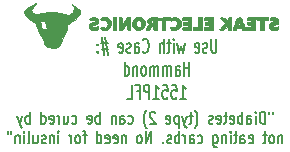
<source format=gbo>
G04 #@! TF.GenerationSoftware,KiCad,Pcbnew,5.0.0-rc2*
G04 #@! TF.CreationDate,2019-06-24T22:39:53-04:00*
G04 #@! TF.ProjectId,pcb,7063622E6B696361645F706362000000,rev?*
G04 #@! TF.SameCoordinates,Original*
G04 #@! TF.FileFunction,Legend,Bot*
G04 #@! TF.FilePolarity,Positive*
%FSLAX46Y46*%
G04 Gerber Fmt 4.6, Leading zero omitted, Abs format (unit mm)*
G04 Created by KiCad (PCBNEW 5.0.0-rc2) date Mon Jun 24 22:39:53 2019*
%MOMM*%
%LPD*%
G01*
G04 APERTURE LIST*
%ADD10C,0.152400*%
%ADD11C,0.010000*%
G04 APERTURE END LIST*
D10*
X139780952Y-87605419D02*
X139780952Y-87798942D01*
X139476190Y-87605419D02*
X139476190Y-87798942D01*
X139133333Y-88621419D02*
X139133333Y-87605419D01*
X138942857Y-87605419D01*
X138828571Y-87653800D01*
X138752380Y-87750561D01*
X138714285Y-87847323D01*
X138676190Y-88040847D01*
X138676190Y-88185990D01*
X138714285Y-88379514D01*
X138752380Y-88476276D01*
X138828571Y-88573038D01*
X138942857Y-88621419D01*
X139133333Y-88621419D01*
X138333333Y-88621419D02*
X138333333Y-87944085D01*
X138333333Y-87605419D02*
X138371428Y-87653800D01*
X138333333Y-87702180D01*
X138295238Y-87653800D01*
X138333333Y-87605419D01*
X138333333Y-87702180D01*
X137609523Y-88621419D02*
X137609523Y-88089228D01*
X137647619Y-87992466D01*
X137723809Y-87944085D01*
X137876190Y-87944085D01*
X137952380Y-87992466D01*
X137609523Y-88573038D02*
X137685714Y-88621419D01*
X137876190Y-88621419D01*
X137952380Y-88573038D01*
X137990476Y-88476276D01*
X137990476Y-88379514D01*
X137952380Y-88282752D01*
X137876190Y-88234371D01*
X137685714Y-88234371D01*
X137609523Y-88185990D01*
X137228571Y-88621419D02*
X137228571Y-87605419D01*
X137228571Y-87992466D02*
X137152380Y-87944085D01*
X136999999Y-87944085D01*
X136923809Y-87992466D01*
X136885714Y-88040847D01*
X136847619Y-88137609D01*
X136847619Y-88427895D01*
X136885714Y-88524657D01*
X136923809Y-88573038D01*
X136999999Y-88621419D01*
X137152380Y-88621419D01*
X137228571Y-88573038D01*
X136199999Y-88573038D02*
X136276190Y-88621419D01*
X136428571Y-88621419D01*
X136504761Y-88573038D01*
X136542857Y-88476276D01*
X136542857Y-88089228D01*
X136504761Y-87992466D01*
X136428571Y-87944085D01*
X136276190Y-87944085D01*
X136199999Y-87992466D01*
X136161904Y-88089228D01*
X136161904Y-88185990D01*
X136542857Y-88282752D01*
X135933333Y-87944085D02*
X135628571Y-87944085D01*
X135819047Y-87605419D02*
X135819047Y-88476276D01*
X135780952Y-88573038D01*
X135704761Y-88621419D01*
X135628571Y-88621419D01*
X135057142Y-88573038D02*
X135133333Y-88621419D01*
X135285714Y-88621419D01*
X135361904Y-88573038D01*
X135399999Y-88476276D01*
X135399999Y-88089228D01*
X135361904Y-87992466D01*
X135285714Y-87944085D01*
X135133333Y-87944085D01*
X135057142Y-87992466D01*
X135019047Y-88089228D01*
X135019047Y-88185990D01*
X135399999Y-88282752D01*
X134714285Y-88573038D02*
X134638095Y-88621419D01*
X134485714Y-88621419D01*
X134409523Y-88573038D01*
X134371428Y-88476276D01*
X134371428Y-88427895D01*
X134409523Y-88331133D01*
X134485714Y-88282752D01*
X134599999Y-88282752D01*
X134676190Y-88234371D01*
X134714285Y-88137609D01*
X134714285Y-88089228D01*
X134676190Y-87992466D01*
X134599999Y-87944085D01*
X134485714Y-87944085D01*
X134409523Y-87992466D01*
X133190476Y-89008466D02*
X133228571Y-88960085D01*
X133304761Y-88814942D01*
X133342857Y-88718180D01*
X133380952Y-88573038D01*
X133419047Y-88331133D01*
X133419047Y-88137609D01*
X133380952Y-87895704D01*
X133342857Y-87750561D01*
X133304761Y-87653800D01*
X133228571Y-87508657D01*
X133190476Y-87460276D01*
X132999999Y-87944085D02*
X132695238Y-87944085D01*
X132885714Y-87605419D02*
X132885714Y-88476276D01*
X132847619Y-88573038D01*
X132771428Y-88621419D01*
X132695238Y-88621419D01*
X132504761Y-87944085D02*
X132314285Y-88621419D01*
X132123809Y-87944085D02*
X132314285Y-88621419D01*
X132390476Y-88863323D01*
X132428571Y-88911704D01*
X132504761Y-88960085D01*
X131819047Y-87944085D02*
X131819047Y-88960085D01*
X131819047Y-87992466D02*
X131742857Y-87944085D01*
X131590476Y-87944085D01*
X131514285Y-87992466D01*
X131476190Y-88040847D01*
X131438095Y-88137609D01*
X131438095Y-88427895D01*
X131476190Y-88524657D01*
X131514285Y-88573038D01*
X131590476Y-88621419D01*
X131742857Y-88621419D01*
X131819047Y-88573038D01*
X130790476Y-88573038D02*
X130866666Y-88621419D01*
X131019047Y-88621419D01*
X131095238Y-88573038D01*
X131133333Y-88476276D01*
X131133333Y-88089228D01*
X131095238Y-87992466D01*
X131019047Y-87944085D01*
X130866666Y-87944085D01*
X130790476Y-87992466D01*
X130752380Y-88089228D01*
X130752380Y-88185990D01*
X131133333Y-88282752D01*
X129838095Y-87702180D02*
X129799999Y-87653800D01*
X129723809Y-87605419D01*
X129533333Y-87605419D01*
X129457142Y-87653800D01*
X129419047Y-87702180D01*
X129380952Y-87798942D01*
X129380952Y-87895704D01*
X129419047Y-88040847D01*
X129876190Y-88621419D01*
X129380952Y-88621419D01*
X129114285Y-89008466D02*
X129076190Y-88960085D01*
X128999999Y-88814942D01*
X128961904Y-88718180D01*
X128923809Y-88573038D01*
X128885714Y-88331133D01*
X128885714Y-88137609D01*
X128923809Y-87895704D01*
X128961904Y-87750561D01*
X128999999Y-87653800D01*
X129076190Y-87508657D01*
X129114285Y-87460276D01*
X127552380Y-88573038D02*
X127628571Y-88621419D01*
X127780952Y-88621419D01*
X127857142Y-88573038D01*
X127895238Y-88524657D01*
X127933333Y-88427895D01*
X127933333Y-88137609D01*
X127895238Y-88040847D01*
X127857142Y-87992466D01*
X127780952Y-87944085D01*
X127628571Y-87944085D01*
X127552380Y-87992466D01*
X126866666Y-88621419D02*
X126866666Y-88089228D01*
X126904761Y-87992466D01*
X126980952Y-87944085D01*
X127133333Y-87944085D01*
X127209523Y-87992466D01*
X126866666Y-88573038D02*
X126942857Y-88621419D01*
X127133333Y-88621419D01*
X127209523Y-88573038D01*
X127247619Y-88476276D01*
X127247619Y-88379514D01*
X127209523Y-88282752D01*
X127133333Y-88234371D01*
X126942857Y-88234371D01*
X126866666Y-88185990D01*
X126485714Y-87944085D02*
X126485714Y-88621419D01*
X126485714Y-88040847D02*
X126447619Y-87992466D01*
X126371428Y-87944085D01*
X126257142Y-87944085D01*
X126180952Y-87992466D01*
X126142857Y-88089228D01*
X126142857Y-88621419D01*
X125152380Y-88621419D02*
X125152380Y-87605419D01*
X125152380Y-87992466D02*
X125076190Y-87944085D01*
X124923809Y-87944085D01*
X124847619Y-87992466D01*
X124809523Y-88040847D01*
X124771428Y-88137609D01*
X124771428Y-88427895D01*
X124809523Y-88524657D01*
X124847619Y-88573038D01*
X124923809Y-88621419D01*
X125076190Y-88621419D01*
X125152380Y-88573038D01*
X124123809Y-88573038D02*
X124199999Y-88621419D01*
X124352380Y-88621419D01*
X124428571Y-88573038D01*
X124466666Y-88476276D01*
X124466666Y-88089228D01*
X124428571Y-87992466D01*
X124352380Y-87944085D01*
X124199999Y-87944085D01*
X124123809Y-87992466D01*
X124085714Y-88089228D01*
X124085714Y-88185990D01*
X124466666Y-88282752D01*
X122790476Y-88573038D02*
X122866666Y-88621419D01*
X123019047Y-88621419D01*
X123095238Y-88573038D01*
X123133333Y-88524657D01*
X123171428Y-88427895D01*
X123171428Y-88137609D01*
X123133333Y-88040847D01*
X123095238Y-87992466D01*
X123019047Y-87944085D01*
X122866666Y-87944085D01*
X122790476Y-87992466D01*
X122104761Y-87944085D02*
X122104761Y-88621419D01*
X122447619Y-87944085D02*
X122447619Y-88476276D01*
X122409523Y-88573038D01*
X122333333Y-88621419D01*
X122219047Y-88621419D01*
X122142857Y-88573038D01*
X122104761Y-88524657D01*
X121723809Y-88621419D02*
X121723809Y-87944085D01*
X121723809Y-88137609D02*
X121685714Y-88040847D01*
X121647619Y-87992466D01*
X121571428Y-87944085D01*
X121495238Y-87944085D01*
X120923809Y-88573038D02*
X120999999Y-88621419D01*
X121152380Y-88621419D01*
X121228571Y-88573038D01*
X121266666Y-88476276D01*
X121266666Y-88089228D01*
X121228571Y-87992466D01*
X121152380Y-87944085D01*
X120999999Y-87944085D01*
X120923809Y-87992466D01*
X120885714Y-88089228D01*
X120885714Y-88185990D01*
X121266666Y-88282752D01*
X120199999Y-88621419D02*
X120199999Y-87605419D01*
X120199999Y-88573038D02*
X120276190Y-88621419D01*
X120428571Y-88621419D01*
X120504761Y-88573038D01*
X120542857Y-88524657D01*
X120580952Y-88427895D01*
X120580952Y-88137609D01*
X120542857Y-88040847D01*
X120504761Y-87992466D01*
X120428571Y-87944085D01*
X120276190Y-87944085D01*
X120199999Y-87992466D01*
X119209523Y-88621419D02*
X119209523Y-87605419D01*
X119209523Y-87992466D02*
X119133333Y-87944085D01*
X118980952Y-87944085D01*
X118904761Y-87992466D01*
X118866666Y-88040847D01*
X118828571Y-88137609D01*
X118828571Y-88427895D01*
X118866666Y-88524657D01*
X118904761Y-88573038D01*
X118980952Y-88621419D01*
X119133333Y-88621419D01*
X119209523Y-88573038D01*
X118561904Y-87944085D02*
X118371428Y-88621419D01*
X118180952Y-87944085D02*
X118371428Y-88621419D01*
X118447619Y-88863323D01*
X118485714Y-88911704D01*
X118561904Y-88960085D01*
X140600000Y-89620485D02*
X140600000Y-90297819D01*
X140600000Y-89717247D02*
X140561904Y-89668866D01*
X140485714Y-89620485D01*
X140371428Y-89620485D01*
X140295238Y-89668866D01*
X140257142Y-89765628D01*
X140257142Y-90297819D01*
X139761904Y-90297819D02*
X139838095Y-90249438D01*
X139876190Y-90201057D01*
X139914285Y-90104295D01*
X139914285Y-89814009D01*
X139876190Y-89717247D01*
X139838095Y-89668866D01*
X139761904Y-89620485D01*
X139647619Y-89620485D01*
X139571428Y-89668866D01*
X139533333Y-89717247D01*
X139495238Y-89814009D01*
X139495238Y-90104295D01*
X139533333Y-90201057D01*
X139571428Y-90249438D01*
X139647619Y-90297819D01*
X139761904Y-90297819D01*
X139266666Y-89620485D02*
X138961904Y-89620485D01*
X139152380Y-89281819D02*
X139152380Y-90152676D01*
X139114285Y-90249438D01*
X139038095Y-90297819D01*
X138961904Y-90297819D01*
X137780952Y-90249438D02*
X137857142Y-90297819D01*
X138009523Y-90297819D01*
X138085714Y-90249438D01*
X138123809Y-90152676D01*
X138123809Y-89765628D01*
X138085714Y-89668866D01*
X138009523Y-89620485D01*
X137857142Y-89620485D01*
X137780952Y-89668866D01*
X137742857Y-89765628D01*
X137742857Y-89862390D01*
X138123809Y-89959152D01*
X137057142Y-90297819D02*
X137057142Y-89765628D01*
X137095238Y-89668866D01*
X137171428Y-89620485D01*
X137323809Y-89620485D01*
X137400000Y-89668866D01*
X137057142Y-90249438D02*
X137133333Y-90297819D01*
X137323809Y-90297819D01*
X137400000Y-90249438D01*
X137438095Y-90152676D01*
X137438095Y-90055914D01*
X137400000Y-89959152D01*
X137323809Y-89910771D01*
X137133333Y-89910771D01*
X137057142Y-89862390D01*
X136790476Y-89620485D02*
X136485714Y-89620485D01*
X136676190Y-89281819D02*
X136676190Y-90152676D01*
X136638095Y-90249438D01*
X136561904Y-90297819D01*
X136485714Y-90297819D01*
X136219047Y-90297819D02*
X136219047Y-89620485D01*
X136219047Y-89281819D02*
X136257142Y-89330200D01*
X136219047Y-89378580D01*
X136180952Y-89330200D01*
X136219047Y-89281819D01*
X136219047Y-89378580D01*
X135838095Y-89620485D02*
X135838095Y-90297819D01*
X135838095Y-89717247D02*
X135800000Y-89668866D01*
X135723809Y-89620485D01*
X135609523Y-89620485D01*
X135533333Y-89668866D01*
X135495238Y-89765628D01*
X135495238Y-90297819D01*
X134771428Y-89620485D02*
X134771428Y-90442961D01*
X134809523Y-90539723D01*
X134847619Y-90588104D01*
X134923809Y-90636485D01*
X135038095Y-90636485D01*
X135114285Y-90588104D01*
X134771428Y-90249438D02*
X134847619Y-90297819D01*
X135000000Y-90297819D01*
X135076190Y-90249438D01*
X135114285Y-90201057D01*
X135152380Y-90104295D01*
X135152380Y-89814009D01*
X135114285Y-89717247D01*
X135076190Y-89668866D01*
X135000000Y-89620485D01*
X134847619Y-89620485D01*
X134771428Y-89668866D01*
X133438095Y-90249438D02*
X133514285Y-90297819D01*
X133666666Y-90297819D01*
X133742857Y-90249438D01*
X133780952Y-90201057D01*
X133819047Y-90104295D01*
X133819047Y-89814009D01*
X133780952Y-89717247D01*
X133742857Y-89668866D01*
X133666666Y-89620485D01*
X133514285Y-89620485D01*
X133438095Y-89668866D01*
X132752380Y-90297819D02*
X132752380Y-89765628D01*
X132790476Y-89668866D01*
X132866666Y-89620485D01*
X133019047Y-89620485D01*
X133095238Y-89668866D01*
X132752380Y-90249438D02*
X132828571Y-90297819D01*
X133019047Y-90297819D01*
X133095238Y-90249438D01*
X133133333Y-90152676D01*
X133133333Y-90055914D01*
X133095238Y-89959152D01*
X133019047Y-89910771D01*
X132828571Y-89910771D01*
X132752380Y-89862390D01*
X132371428Y-90297819D02*
X132371428Y-89620485D01*
X132371428Y-89814009D02*
X132333333Y-89717247D01*
X132295238Y-89668866D01*
X132219047Y-89620485D01*
X132142857Y-89620485D01*
X131876190Y-90297819D02*
X131876190Y-89281819D01*
X131876190Y-89668866D02*
X131800000Y-89620485D01*
X131647619Y-89620485D01*
X131571428Y-89668866D01*
X131533333Y-89717247D01*
X131495238Y-89814009D01*
X131495238Y-90104295D01*
X131533333Y-90201057D01*
X131571428Y-90249438D01*
X131647619Y-90297819D01*
X131800000Y-90297819D01*
X131876190Y-90249438D01*
X131190476Y-90249438D02*
X131114285Y-90297819D01*
X130961904Y-90297819D01*
X130885714Y-90249438D01*
X130847619Y-90152676D01*
X130847619Y-90104295D01*
X130885714Y-90007533D01*
X130961904Y-89959152D01*
X131076190Y-89959152D01*
X131152380Y-89910771D01*
X131190476Y-89814009D01*
X131190476Y-89765628D01*
X131152380Y-89668866D01*
X131076190Y-89620485D01*
X130961904Y-89620485D01*
X130885714Y-89668866D01*
X130504761Y-90201057D02*
X130466666Y-90249438D01*
X130504761Y-90297819D01*
X130542857Y-90249438D01*
X130504761Y-90201057D01*
X130504761Y-90297819D01*
X129514285Y-90297819D02*
X129514285Y-89281819D01*
X129057142Y-90297819D01*
X129057142Y-89281819D01*
X128561904Y-90297819D02*
X128638095Y-90249438D01*
X128676190Y-90201057D01*
X128714285Y-90104295D01*
X128714285Y-89814009D01*
X128676190Y-89717247D01*
X128638095Y-89668866D01*
X128561904Y-89620485D01*
X128447619Y-89620485D01*
X128371428Y-89668866D01*
X128333333Y-89717247D01*
X128295238Y-89814009D01*
X128295238Y-90104295D01*
X128333333Y-90201057D01*
X128371428Y-90249438D01*
X128447619Y-90297819D01*
X128561904Y-90297819D01*
X127342857Y-89620485D02*
X127342857Y-90297819D01*
X127342857Y-89717247D02*
X127304761Y-89668866D01*
X127228571Y-89620485D01*
X127114285Y-89620485D01*
X127038095Y-89668866D01*
X127000000Y-89765628D01*
X127000000Y-90297819D01*
X126314285Y-90249438D02*
X126390476Y-90297819D01*
X126542857Y-90297819D01*
X126619047Y-90249438D01*
X126657142Y-90152676D01*
X126657142Y-89765628D01*
X126619047Y-89668866D01*
X126542857Y-89620485D01*
X126390476Y-89620485D01*
X126314285Y-89668866D01*
X126276190Y-89765628D01*
X126276190Y-89862390D01*
X126657142Y-89959152D01*
X125628571Y-90249438D02*
X125704761Y-90297819D01*
X125857142Y-90297819D01*
X125933333Y-90249438D01*
X125971428Y-90152676D01*
X125971428Y-89765628D01*
X125933333Y-89668866D01*
X125857142Y-89620485D01*
X125704761Y-89620485D01*
X125628571Y-89668866D01*
X125590476Y-89765628D01*
X125590476Y-89862390D01*
X125971428Y-89959152D01*
X124904761Y-90297819D02*
X124904761Y-89281819D01*
X124904761Y-90249438D02*
X124980952Y-90297819D01*
X125133333Y-90297819D01*
X125209523Y-90249438D01*
X125247619Y-90201057D01*
X125285714Y-90104295D01*
X125285714Y-89814009D01*
X125247619Y-89717247D01*
X125209523Y-89668866D01*
X125133333Y-89620485D01*
X124980952Y-89620485D01*
X124904761Y-89668866D01*
X124028571Y-89620485D02*
X123723809Y-89620485D01*
X123914285Y-90297819D02*
X123914285Y-89426961D01*
X123876190Y-89330200D01*
X123800000Y-89281819D01*
X123723809Y-89281819D01*
X123342857Y-90297819D02*
X123419047Y-90249438D01*
X123457142Y-90201057D01*
X123495238Y-90104295D01*
X123495238Y-89814009D01*
X123457142Y-89717247D01*
X123419047Y-89668866D01*
X123342857Y-89620485D01*
X123228571Y-89620485D01*
X123152380Y-89668866D01*
X123114285Y-89717247D01*
X123076190Y-89814009D01*
X123076190Y-90104295D01*
X123114285Y-90201057D01*
X123152380Y-90249438D01*
X123228571Y-90297819D01*
X123342857Y-90297819D01*
X122733333Y-90297819D02*
X122733333Y-89620485D01*
X122733333Y-89814009D02*
X122695238Y-89717247D01*
X122657142Y-89668866D01*
X122580952Y-89620485D01*
X122504761Y-89620485D01*
X121628571Y-90297819D02*
X121628571Y-89620485D01*
X121628571Y-89281819D02*
X121666666Y-89330200D01*
X121628571Y-89378580D01*
X121590476Y-89330200D01*
X121628571Y-89281819D01*
X121628571Y-89378580D01*
X121247619Y-89620485D02*
X121247619Y-90297819D01*
X121247619Y-89717247D02*
X121209523Y-89668866D01*
X121133333Y-89620485D01*
X121019047Y-89620485D01*
X120942857Y-89668866D01*
X120904761Y-89765628D01*
X120904761Y-90297819D01*
X120561904Y-90249438D02*
X120485714Y-90297819D01*
X120333333Y-90297819D01*
X120257142Y-90249438D01*
X120219047Y-90152676D01*
X120219047Y-90104295D01*
X120257142Y-90007533D01*
X120333333Y-89959152D01*
X120447619Y-89959152D01*
X120523809Y-89910771D01*
X120561904Y-89814009D01*
X120561904Y-89765628D01*
X120523809Y-89668866D01*
X120447619Y-89620485D01*
X120333333Y-89620485D01*
X120257142Y-89668866D01*
X119533333Y-89620485D02*
X119533333Y-90297819D01*
X119876190Y-89620485D02*
X119876190Y-90152676D01*
X119838095Y-90249438D01*
X119761904Y-90297819D01*
X119647619Y-90297819D01*
X119571428Y-90249438D01*
X119533333Y-90201057D01*
X119038095Y-90297819D02*
X119114285Y-90249438D01*
X119152380Y-90152676D01*
X119152380Y-89281819D01*
X118733333Y-90297819D02*
X118733333Y-89620485D01*
X118733333Y-89281819D02*
X118771428Y-89330200D01*
X118733333Y-89378580D01*
X118695238Y-89330200D01*
X118733333Y-89281819D01*
X118733333Y-89378580D01*
X118352380Y-89620485D02*
X118352380Y-90297819D01*
X118352380Y-89717247D02*
X118314285Y-89668866D01*
X118238095Y-89620485D01*
X118123809Y-89620485D01*
X118047619Y-89668866D01*
X118009523Y-89765628D01*
X118009523Y-90297819D01*
X117666666Y-89281819D02*
X117666666Y-89475342D01*
X117361904Y-89281819D02*
X117361904Y-89475342D01*
X135028571Y-81414257D02*
X135028571Y-82385685D01*
X134990476Y-82499971D01*
X134952380Y-82557114D01*
X134876190Y-82614257D01*
X134723809Y-82614257D01*
X134647619Y-82557114D01*
X134609523Y-82499971D01*
X134571428Y-82385685D01*
X134571428Y-81414257D01*
X134228571Y-82557114D02*
X134152380Y-82614257D01*
X134000000Y-82614257D01*
X133923809Y-82557114D01*
X133885714Y-82442828D01*
X133885714Y-82385685D01*
X133923809Y-82271400D01*
X134000000Y-82214257D01*
X134114285Y-82214257D01*
X134190476Y-82157114D01*
X134228571Y-82042828D01*
X134228571Y-81985685D01*
X134190476Y-81871400D01*
X134114285Y-81814257D01*
X134000000Y-81814257D01*
X133923809Y-81871400D01*
X133238095Y-82557114D02*
X133314285Y-82614257D01*
X133466666Y-82614257D01*
X133542857Y-82557114D01*
X133580952Y-82442828D01*
X133580952Y-81985685D01*
X133542857Y-81871400D01*
X133466666Y-81814257D01*
X133314285Y-81814257D01*
X133238095Y-81871400D01*
X133200000Y-81985685D01*
X133200000Y-82099971D01*
X133580952Y-82214257D01*
X132323809Y-81814257D02*
X132171428Y-82614257D01*
X132019047Y-82042828D01*
X131866666Y-82614257D01*
X131714285Y-81814257D01*
X131409523Y-82614257D02*
X131409523Y-81814257D01*
X131409523Y-81414257D02*
X131447619Y-81471400D01*
X131409523Y-81528542D01*
X131371428Y-81471400D01*
X131409523Y-81414257D01*
X131409523Y-81528542D01*
X131142857Y-81814257D02*
X130838095Y-81814257D01*
X131028571Y-81414257D02*
X131028571Y-82442828D01*
X130990476Y-82557114D01*
X130914285Y-82614257D01*
X130838095Y-82614257D01*
X130571428Y-82614257D02*
X130571428Y-81414257D01*
X130228571Y-82614257D02*
X130228571Y-81985685D01*
X130266666Y-81871400D01*
X130342857Y-81814257D01*
X130457142Y-81814257D01*
X130533333Y-81871400D01*
X130571428Y-81928542D01*
X128780952Y-82499971D02*
X128819047Y-82557114D01*
X128933333Y-82614257D01*
X129009523Y-82614257D01*
X129123809Y-82557114D01*
X129200000Y-82442828D01*
X129238095Y-82328542D01*
X129276190Y-82099971D01*
X129276190Y-81928542D01*
X129238095Y-81699971D01*
X129200000Y-81585685D01*
X129123809Y-81471400D01*
X129009523Y-81414257D01*
X128933333Y-81414257D01*
X128819047Y-81471400D01*
X128780952Y-81528542D01*
X128095238Y-82614257D02*
X128095238Y-81985685D01*
X128133333Y-81871400D01*
X128209523Y-81814257D01*
X128361904Y-81814257D01*
X128438095Y-81871400D01*
X128095238Y-82557114D02*
X128171428Y-82614257D01*
X128361904Y-82614257D01*
X128438095Y-82557114D01*
X128476190Y-82442828D01*
X128476190Y-82328542D01*
X128438095Y-82214257D01*
X128361904Y-82157114D01*
X128171428Y-82157114D01*
X128095238Y-82099971D01*
X127752380Y-82557114D02*
X127676190Y-82614257D01*
X127523809Y-82614257D01*
X127447619Y-82557114D01*
X127409523Y-82442828D01*
X127409523Y-82385685D01*
X127447619Y-82271400D01*
X127523809Y-82214257D01*
X127638095Y-82214257D01*
X127714285Y-82157114D01*
X127752380Y-82042828D01*
X127752380Y-81985685D01*
X127714285Y-81871400D01*
X127638095Y-81814257D01*
X127523809Y-81814257D01*
X127447619Y-81871400D01*
X126761904Y-82557114D02*
X126838095Y-82614257D01*
X126990476Y-82614257D01*
X127066666Y-82557114D01*
X127104761Y-82442828D01*
X127104761Y-81985685D01*
X127066666Y-81871400D01*
X126990476Y-81814257D01*
X126838095Y-81814257D01*
X126761904Y-81871400D01*
X126723809Y-81985685D01*
X126723809Y-82099971D01*
X127104761Y-82214257D01*
X125809523Y-81814257D02*
X125238095Y-81814257D01*
X125580952Y-81299971D02*
X125809523Y-82842828D01*
X125314285Y-82328542D02*
X125885714Y-82328542D01*
X125542857Y-82842828D02*
X125314285Y-81299971D01*
X124971428Y-82499971D02*
X124933333Y-82557114D01*
X124971428Y-82614257D01*
X125009523Y-82557114D01*
X124971428Y-82499971D01*
X124971428Y-82614257D01*
X124971428Y-81871400D02*
X124933333Y-81928542D01*
X124971428Y-81985685D01*
X125009523Y-81928542D01*
X124971428Y-81871400D01*
X124971428Y-81985685D01*
X132742857Y-84566657D02*
X132742857Y-83366657D01*
X132742857Y-83938085D02*
X132285714Y-83938085D01*
X132285714Y-84566657D02*
X132285714Y-83366657D01*
X131561904Y-84566657D02*
X131561904Y-83938085D01*
X131600000Y-83823800D01*
X131676190Y-83766657D01*
X131828571Y-83766657D01*
X131904761Y-83823800D01*
X131561904Y-84509514D02*
X131638095Y-84566657D01*
X131828571Y-84566657D01*
X131904761Y-84509514D01*
X131942857Y-84395228D01*
X131942857Y-84280942D01*
X131904761Y-84166657D01*
X131828571Y-84109514D01*
X131638095Y-84109514D01*
X131561904Y-84052371D01*
X131180952Y-84566657D02*
X131180952Y-83766657D01*
X131180952Y-83880942D02*
X131142857Y-83823800D01*
X131066666Y-83766657D01*
X130952380Y-83766657D01*
X130876190Y-83823800D01*
X130838095Y-83938085D01*
X130838095Y-84566657D01*
X130838095Y-83938085D02*
X130800000Y-83823800D01*
X130723809Y-83766657D01*
X130609523Y-83766657D01*
X130533333Y-83823800D01*
X130495238Y-83938085D01*
X130495238Y-84566657D01*
X130114285Y-84566657D02*
X130114285Y-83766657D01*
X130114285Y-83880942D02*
X130076190Y-83823800D01*
X130000000Y-83766657D01*
X129885714Y-83766657D01*
X129809523Y-83823800D01*
X129771428Y-83938085D01*
X129771428Y-84566657D01*
X129771428Y-83938085D02*
X129733333Y-83823800D01*
X129657142Y-83766657D01*
X129542857Y-83766657D01*
X129466666Y-83823800D01*
X129428571Y-83938085D01*
X129428571Y-84566657D01*
X128933333Y-84566657D02*
X129009523Y-84509514D01*
X129047619Y-84452371D01*
X129085714Y-84338085D01*
X129085714Y-83995228D01*
X129047619Y-83880942D01*
X129009523Y-83823800D01*
X128933333Y-83766657D01*
X128819047Y-83766657D01*
X128742857Y-83823800D01*
X128704761Y-83880942D01*
X128666666Y-83995228D01*
X128666666Y-84338085D01*
X128704761Y-84452371D01*
X128742857Y-84509514D01*
X128819047Y-84566657D01*
X128933333Y-84566657D01*
X128323809Y-83766657D02*
X128323809Y-84566657D01*
X128323809Y-83880942D02*
X128285714Y-83823800D01*
X128209523Y-83766657D01*
X128095238Y-83766657D01*
X128019047Y-83823800D01*
X127980952Y-83938085D01*
X127980952Y-84566657D01*
X127257142Y-84566657D02*
X127257142Y-83366657D01*
X127257142Y-84509514D02*
X127333333Y-84566657D01*
X127485714Y-84566657D01*
X127561904Y-84509514D01*
X127600000Y-84452371D01*
X127638095Y-84338085D01*
X127638095Y-83995228D01*
X127600000Y-83880942D01*
X127561904Y-83823800D01*
X127485714Y-83766657D01*
X127333333Y-83766657D01*
X127257142Y-83823800D01*
X131980952Y-86519057D02*
X132438095Y-86519057D01*
X132209523Y-86519057D02*
X132209523Y-85319057D01*
X132285714Y-85490485D01*
X132361904Y-85604771D01*
X132438095Y-85661914D01*
X131257142Y-85319057D02*
X131638095Y-85319057D01*
X131676190Y-85890485D01*
X131638095Y-85833342D01*
X131561904Y-85776200D01*
X131371428Y-85776200D01*
X131295238Y-85833342D01*
X131257142Y-85890485D01*
X131219047Y-86004771D01*
X131219047Y-86290485D01*
X131257142Y-86404771D01*
X131295238Y-86461914D01*
X131371428Y-86519057D01*
X131561904Y-86519057D01*
X131638095Y-86461914D01*
X131676190Y-86404771D01*
X130495238Y-85319057D02*
X130876190Y-85319057D01*
X130914285Y-85890485D01*
X130876190Y-85833342D01*
X130799999Y-85776200D01*
X130609523Y-85776200D01*
X130533333Y-85833342D01*
X130495238Y-85890485D01*
X130457142Y-86004771D01*
X130457142Y-86290485D01*
X130495238Y-86404771D01*
X130533333Y-86461914D01*
X130609523Y-86519057D01*
X130799999Y-86519057D01*
X130876190Y-86461914D01*
X130914285Y-86404771D01*
X129695238Y-86519057D02*
X130152380Y-86519057D01*
X129923809Y-86519057D02*
X129923809Y-85319057D01*
X129999999Y-85490485D01*
X130076190Y-85604771D01*
X130152380Y-85661914D01*
X129352380Y-86519057D02*
X129352380Y-85319057D01*
X129047619Y-85319057D01*
X128971428Y-85376200D01*
X128933333Y-85433342D01*
X128895238Y-85547628D01*
X128895238Y-85719057D01*
X128933333Y-85833342D01*
X128971428Y-85890485D01*
X129047619Y-85947628D01*
X129352380Y-85947628D01*
X128285714Y-85890485D02*
X128552380Y-85890485D01*
X128552380Y-86519057D02*
X128552380Y-85319057D01*
X128171428Y-85319057D01*
X127485714Y-86519057D02*
X127866666Y-86519057D01*
X127866666Y-85319057D01*
D11*
G04 #@! TO.C,G\002A\002A\002A*
G36*
X124398543Y-79635065D02*
X124284363Y-79672149D01*
X124241089Y-79739057D01*
X124243948Y-79789716D01*
X124290236Y-79855496D01*
X124352401Y-79856683D01*
X124536404Y-79832325D01*
X124667903Y-79847661D01*
X124731311Y-79900570D01*
X124733451Y-79908549D01*
X124717586Y-79968801D01*
X124629959Y-80007811D01*
X124584114Y-80017674D01*
X124386666Y-80083692D01*
X124255849Y-80187398D01*
X124198213Y-80315920D01*
X124220306Y-80456381D01*
X124302446Y-80571372D01*
X124448709Y-80656541D01*
X124659364Y-80681897D01*
X124916454Y-80652136D01*
X124994472Y-80612784D01*
X125019931Y-80518767D01*
X125020364Y-80496169D01*
X125020364Y-80360215D01*
X124847718Y-80432351D01*
X124695521Y-80475729D01*
X124569160Y-80475974D01*
X124489705Y-80436419D01*
X124474903Y-80373367D01*
X124531353Y-80308537D01*
X124661646Y-80260581D01*
X124671929Y-80258366D01*
X124870164Y-80188336D01*
X124985982Y-80077402D01*
X125020364Y-79938661D01*
X124982989Y-79780224D01*
X124871370Y-79676251D01*
X124686269Y-79627304D01*
X124593182Y-79623253D01*
X124398543Y-79635065D01*
X124398543Y-79635065D01*
G37*
X124398543Y-79635065D02*
X124284363Y-79672149D01*
X124241089Y-79739057D01*
X124243948Y-79789716D01*
X124290236Y-79855496D01*
X124352401Y-79856683D01*
X124536404Y-79832325D01*
X124667903Y-79847661D01*
X124731311Y-79900570D01*
X124733451Y-79908549D01*
X124717586Y-79968801D01*
X124629959Y-80007811D01*
X124584114Y-80017674D01*
X124386666Y-80083692D01*
X124255849Y-80187398D01*
X124198213Y-80315920D01*
X124220306Y-80456381D01*
X124302446Y-80571372D01*
X124448709Y-80656541D01*
X124659364Y-80681897D01*
X124916454Y-80652136D01*
X124994472Y-80612784D01*
X125019931Y-80518767D01*
X125020364Y-80496169D01*
X125020364Y-80360215D01*
X124847718Y-80432351D01*
X124695521Y-80475729D01*
X124569160Y-80475974D01*
X124489705Y-80436419D01*
X124474903Y-80373367D01*
X124531353Y-80308537D01*
X124661646Y-80260581D01*
X124671929Y-80258366D01*
X124870164Y-80188336D01*
X124985982Y-80077402D01*
X125020364Y-79938661D01*
X124982989Y-79780224D01*
X124871370Y-79676251D01*
X124686269Y-79627304D01*
X124593182Y-79623253D01*
X124398543Y-79635065D01*
G36*
X125390714Y-79630271D02*
X125274931Y-79658269D01*
X125218467Y-79713772D01*
X125205091Y-79792235D01*
X125217081Y-79872521D01*
X125270685Y-79881389D01*
X125309000Y-79869596D01*
X125508314Y-79832199D01*
X125663499Y-79868897D01*
X125765493Y-79974407D01*
X125805236Y-80143444D01*
X125805454Y-80159165D01*
X125770023Y-80313829D01*
X125678397Y-80427135D01*
X125552576Y-80483169D01*
X125414560Y-80466014D01*
X125394599Y-80456377D01*
X125279983Y-80411812D01*
X125220293Y-80436039D01*
X125205091Y-80517705D01*
X125239564Y-80618285D01*
X125309000Y-80655620D01*
X125500357Y-80681872D01*
X125698852Y-80670245D01*
X125851636Y-80625955D01*
X125946216Y-80547651D01*
X126035639Y-80425676D01*
X126052672Y-80393719D01*
X126112601Y-80176798D01*
X126082716Y-79966480D01*
X125965309Y-79776270D01*
X125944156Y-79754143D01*
X125842278Y-79670177D01*
X125731791Y-79631465D01*
X125581875Y-79622546D01*
X125390714Y-79630271D01*
X125390714Y-79630271D01*
G37*
X125390714Y-79630271D02*
X125274931Y-79658269D01*
X125218467Y-79713772D01*
X125205091Y-79792235D01*
X125217081Y-79872521D01*
X125270685Y-79881389D01*
X125309000Y-79869596D01*
X125508314Y-79832199D01*
X125663499Y-79868897D01*
X125765493Y-79974407D01*
X125805236Y-80143444D01*
X125805454Y-80159165D01*
X125770023Y-80313829D01*
X125678397Y-80427135D01*
X125552576Y-80483169D01*
X125414560Y-80466014D01*
X125394599Y-80456377D01*
X125279983Y-80411812D01*
X125220293Y-80436039D01*
X125205091Y-80517705D01*
X125239564Y-80618285D01*
X125309000Y-80655620D01*
X125500357Y-80681872D01*
X125698852Y-80670245D01*
X125851636Y-80625955D01*
X125946216Y-80547651D01*
X126035639Y-80425676D01*
X126052672Y-80393719D01*
X126112601Y-80176798D01*
X126082716Y-79966480D01*
X125965309Y-79776270D01*
X125944156Y-79754143D01*
X125842278Y-79670177D01*
X125731791Y-79631465D01*
X125581875Y-79622546D01*
X125390714Y-79630271D01*
G36*
X126267273Y-80684728D02*
X126398121Y-80684728D01*
X126499370Y-80678715D01*
X126548212Y-80665671D01*
X126554721Y-80614609D01*
X126557653Y-80490727D01*
X126556833Y-80313506D01*
X126553028Y-80134580D01*
X126538602Y-79622546D01*
X126267273Y-79622546D01*
X126267273Y-80684728D01*
X126267273Y-80684728D01*
G37*
X126267273Y-80684728D02*
X126398121Y-80684728D01*
X126499370Y-80678715D01*
X126548212Y-80665671D01*
X126554721Y-80614609D01*
X126557653Y-80490727D01*
X126556833Y-80313506D01*
X126553028Y-80134580D01*
X126538602Y-79622546D01*
X126267273Y-79622546D01*
X126267273Y-80684728D01*
G36*
X127467528Y-79629293D02*
X127405743Y-79661184D01*
X127345322Y-79735695D01*
X127268607Y-79870298D01*
X127236604Y-79931080D01*
X127075454Y-80239614D01*
X127061799Y-79931080D01*
X127052981Y-79767130D01*
X127038139Y-79674855D01*
X127007251Y-79633654D01*
X126950295Y-79622923D01*
X126911708Y-79622546D01*
X126775273Y-79622546D01*
X126775273Y-80690303D01*
X126941061Y-80675970D01*
X127028624Y-80662146D01*
X127094783Y-80626707D01*
X127157684Y-80551643D01*
X127235475Y-80418947D01*
X127275880Y-80343717D01*
X127444909Y-80025798D01*
X127458478Y-80355263D01*
X127467403Y-80526239D01*
X127481678Y-80624773D01*
X127508972Y-80670757D01*
X127556951Y-80684084D01*
X127585478Y-80684728D01*
X127698909Y-80684728D01*
X127698909Y-79622546D01*
X127548331Y-79622546D01*
X127467528Y-79629293D01*
X127467528Y-79629293D01*
G37*
X127467528Y-79629293D02*
X127405743Y-79661184D01*
X127345322Y-79735695D01*
X127268607Y-79870298D01*
X127236604Y-79931080D01*
X127075454Y-80239614D01*
X127061799Y-79931080D01*
X127052981Y-79767130D01*
X127038139Y-79674855D01*
X127007251Y-79633654D01*
X126950295Y-79622923D01*
X126911708Y-79622546D01*
X126775273Y-79622546D01*
X126775273Y-80690303D01*
X126941061Y-80675970D01*
X127028624Y-80662146D01*
X127094783Y-80626707D01*
X127157684Y-80551643D01*
X127235475Y-80418947D01*
X127275880Y-80343717D01*
X127444909Y-80025798D01*
X127458478Y-80355263D01*
X127467403Y-80526239D01*
X127481678Y-80624773D01*
X127508972Y-80670757D01*
X127556951Y-80684084D01*
X127585478Y-80684728D01*
X127698909Y-80684728D01*
X127698909Y-79622546D01*
X127548331Y-79622546D01*
X127467528Y-79629293D01*
G36*
X128271561Y-79629752D02*
X128163295Y-79658818D01*
X128075762Y-79720915D01*
X128052692Y-79743176D01*
X127943373Y-79907053D01*
X127895324Y-80100489D01*
X127906869Y-80297731D01*
X127976331Y-80473026D01*
X128102035Y-80600618D01*
X128108753Y-80604687D01*
X128279938Y-80664530D01*
X128485792Y-80679192D01*
X128679030Y-80646085D01*
X128703072Y-80637215D01*
X128837149Y-80537998D01*
X128933093Y-80380801D01*
X128980828Y-80195642D01*
X128977120Y-80131288D01*
X128672344Y-80131288D01*
X128649093Y-80297551D01*
X128619477Y-80367188D01*
X128536685Y-80439186D01*
X128421015Y-80450245D01*
X128304406Y-80405225D01*
X128218797Y-80308989D01*
X128217332Y-80305974D01*
X128180994Y-80137792D01*
X128223751Y-79980384D01*
X128328036Y-79868583D01*
X128415742Y-79822832D01*
X128488437Y-79833801D01*
X128553273Y-79872299D01*
X128638947Y-79978646D01*
X128672344Y-80131288D01*
X128977120Y-80131288D01*
X128970277Y-80012538D01*
X128940047Y-79931237D01*
X128831695Y-79761168D01*
X128707084Y-79665289D01*
X128537843Y-79626223D01*
X128436066Y-79622546D01*
X128271561Y-79629752D01*
X128271561Y-79629752D01*
G37*
X128271561Y-79629752D02*
X128163295Y-79658818D01*
X128075762Y-79720915D01*
X128052692Y-79743176D01*
X127943373Y-79907053D01*
X127895324Y-80100489D01*
X127906869Y-80297731D01*
X127976331Y-80473026D01*
X128102035Y-80600618D01*
X128108753Y-80604687D01*
X128279938Y-80664530D01*
X128485792Y-80679192D01*
X128679030Y-80646085D01*
X128703072Y-80637215D01*
X128837149Y-80537998D01*
X128933093Y-80380801D01*
X128980828Y-80195642D01*
X128977120Y-80131288D01*
X128672344Y-80131288D01*
X128649093Y-80297551D01*
X128619477Y-80367188D01*
X128536685Y-80439186D01*
X128421015Y-80450245D01*
X128304406Y-80405225D01*
X128218797Y-80308989D01*
X128217332Y-80305974D01*
X128180994Y-80137792D01*
X128223751Y-79980384D01*
X128328036Y-79868583D01*
X128415742Y-79822832D01*
X128488437Y-79833801D01*
X128553273Y-79872299D01*
X128638947Y-79978646D01*
X128672344Y-80131288D01*
X128977120Y-80131288D01*
X128970277Y-80012538D01*
X128940047Y-79931237D01*
X128831695Y-79761168D01*
X128707084Y-79665289D01*
X128537843Y-79626223D01*
X128436066Y-79622546D01*
X128271561Y-79629752D01*
G36*
X129468356Y-79625909D02*
X129359910Y-79641302D01*
X129289384Y-79676682D01*
X129229598Y-79740005D01*
X129226261Y-79744228D01*
X129160183Y-79844040D01*
X129130653Y-79919896D01*
X129130545Y-79922728D01*
X129157174Y-79995804D01*
X129221720Y-80095391D01*
X129226261Y-80101227D01*
X129278441Y-80181825D01*
X129282411Y-80221920D01*
X129277529Y-80222910D01*
X129239347Y-80260144D01*
X129180034Y-80351928D01*
X129115910Y-80468379D01*
X129063295Y-80579617D01*
X129038511Y-80655761D01*
X129038182Y-80661133D01*
X129078736Y-80676959D01*
X129177994Y-80684600D01*
X129194215Y-80684728D01*
X129311062Y-80669429D01*
X129378984Y-80605473D01*
X129409266Y-80542249D01*
X129488143Y-80394976D01*
X129575958Y-80297168D01*
X129641844Y-80269091D01*
X129667420Y-80310375D01*
X129682761Y-80414824D01*
X129684727Y-80476910D01*
X129688743Y-80604700D01*
X129711932Y-80665226D01*
X129771005Y-80683553D01*
X129823273Y-80684728D01*
X129961818Y-80684728D01*
X129961818Y-79968910D01*
X129684727Y-79968910D01*
X129657176Y-80061632D01*
X129589422Y-80080512D01*
X129503818Y-80019664D01*
X129501679Y-80017114D01*
X129469180Y-79930383D01*
X129516469Y-79869286D01*
X129595089Y-79853455D01*
X129665795Y-79881991D01*
X129684727Y-79968910D01*
X129961818Y-79968910D01*
X129961818Y-79622546D01*
X129641897Y-79622546D01*
X129468356Y-79625909D01*
X129468356Y-79625909D01*
G37*
X129468356Y-79625909D02*
X129359910Y-79641302D01*
X129289384Y-79676682D01*
X129229598Y-79740005D01*
X129226261Y-79744228D01*
X129160183Y-79844040D01*
X129130653Y-79919896D01*
X129130545Y-79922728D01*
X129157174Y-79995804D01*
X129221720Y-80095391D01*
X129226261Y-80101227D01*
X129278441Y-80181825D01*
X129282411Y-80221920D01*
X129277529Y-80222910D01*
X129239347Y-80260144D01*
X129180034Y-80351928D01*
X129115910Y-80468379D01*
X129063295Y-80579617D01*
X129038511Y-80655761D01*
X129038182Y-80661133D01*
X129078736Y-80676959D01*
X129177994Y-80684600D01*
X129194215Y-80684728D01*
X129311062Y-80669429D01*
X129378984Y-80605473D01*
X129409266Y-80542249D01*
X129488143Y-80394976D01*
X129575958Y-80297168D01*
X129641844Y-80269091D01*
X129667420Y-80310375D01*
X129682761Y-80414824D01*
X129684727Y-80476910D01*
X129688743Y-80604700D01*
X129711932Y-80665226D01*
X129771005Y-80683553D01*
X129823273Y-80684728D01*
X129961818Y-80684728D01*
X129961818Y-79968910D01*
X129684727Y-79968910D01*
X129657176Y-80061632D01*
X129589422Y-80080512D01*
X129503818Y-80019664D01*
X129501679Y-80017114D01*
X129469180Y-79930383D01*
X129516469Y-79869286D01*
X129595089Y-79853455D01*
X129665795Y-79881991D01*
X129684727Y-79968910D01*
X129961818Y-79968910D01*
X129961818Y-79622546D01*
X129641897Y-79622546D01*
X129468356Y-79625909D01*
G36*
X130573727Y-79632529D02*
X130354203Y-79639533D01*
X130210931Y-79648938D01*
X130127807Y-79664165D01*
X130088726Y-79688636D01*
X130077581Y-79725772D01*
X130077273Y-79738000D01*
X130097147Y-79802498D01*
X130172228Y-79834930D01*
X130250454Y-79844697D01*
X130423636Y-79859031D01*
X130423636Y-80684728D01*
X130700727Y-80684728D01*
X130700727Y-79853455D01*
X130885454Y-79853455D01*
X131004409Y-79847222D01*
X131057284Y-79817536D01*
X131070100Y-79747912D01*
X131070182Y-79736438D01*
X131070182Y-79619421D01*
X130573727Y-79632529D01*
X130573727Y-79632529D01*
G37*
X130573727Y-79632529D02*
X130354203Y-79639533D01*
X130210931Y-79648938D01*
X130127807Y-79664165D01*
X130088726Y-79688636D01*
X130077581Y-79725772D01*
X130077273Y-79738000D01*
X130097147Y-79802498D01*
X130172228Y-79834930D01*
X130250454Y-79844697D01*
X130423636Y-79859031D01*
X130423636Y-80684728D01*
X130700727Y-80684728D01*
X130700727Y-79853455D01*
X130885454Y-79853455D01*
X131004409Y-79847222D01*
X131057284Y-79817536D01*
X131070100Y-79747912D01*
X131070182Y-79736438D01*
X131070182Y-79619421D01*
X130573727Y-79632529D01*
G36*
X131421044Y-79632071D02*
X131265643Y-79642010D01*
X131179789Y-79660287D01*
X131140712Y-79698171D01*
X131125641Y-79766935D01*
X131124228Y-79778990D01*
X131122816Y-79870416D01*
X131156418Y-79891372D01*
X131186246Y-79882702D01*
X131347903Y-79830486D01*
X131459734Y-79826705D01*
X131552226Y-79874180D01*
X131604109Y-79921366D01*
X131687273Y-80025265D01*
X131707266Y-80127243D01*
X131698658Y-80191334D01*
X131633075Y-80362007D01*
X131517800Y-80454994D01*
X131353751Y-80469871D01*
X131189927Y-80425984D01*
X131134013Y-80427426D01*
X131116474Y-80502056D01*
X131116364Y-80513209D01*
X131142506Y-80611574D01*
X131189413Y-80656696D01*
X131343821Y-80683462D01*
X131531054Y-80673238D01*
X131701117Y-80629918D01*
X131735445Y-80614188D01*
X131876757Y-80518930D01*
X131956555Y-80399833D01*
X131989223Y-80230209D01*
X131992349Y-80137529D01*
X131986323Y-79982645D01*
X131956117Y-79880515D01*
X131887011Y-79792015D01*
X131848225Y-79754508D01*
X131757227Y-79678272D01*
X131671457Y-79639474D01*
X131556129Y-79628145D01*
X131421044Y-79632071D01*
X131421044Y-79632071D01*
G37*
X131421044Y-79632071D02*
X131265643Y-79642010D01*
X131179789Y-79660287D01*
X131140712Y-79698171D01*
X131125641Y-79766935D01*
X131124228Y-79778990D01*
X131122816Y-79870416D01*
X131156418Y-79891372D01*
X131186246Y-79882702D01*
X131347903Y-79830486D01*
X131459734Y-79826705D01*
X131552226Y-79874180D01*
X131604109Y-79921366D01*
X131687273Y-80025265D01*
X131707266Y-80127243D01*
X131698658Y-80191334D01*
X131633075Y-80362007D01*
X131517800Y-80454994D01*
X131353751Y-80469871D01*
X131189927Y-80425984D01*
X131134013Y-80427426D01*
X131116474Y-80502056D01*
X131116364Y-80513209D01*
X131142506Y-80611574D01*
X131189413Y-80656696D01*
X131343821Y-80683462D01*
X131531054Y-80673238D01*
X131701117Y-80629918D01*
X131735445Y-80614188D01*
X131876757Y-80518930D01*
X131956555Y-80399833D01*
X131989223Y-80230209D01*
X131992349Y-80137529D01*
X131986323Y-79982645D01*
X131956117Y-79880515D01*
X131887011Y-79792015D01*
X131848225Y-79754508D01*
X131757227Y-79678272D01*
X131671457Y-79639474D01*
X131556129Y-79628145D01*
X131421044Y-79632071D01*
G36*
X132318584Y-79623776D02*
X132208867Y-79631393D01*
X132153822Y-79651286D01*
X132134605Y-79689343D01*
X132132364Y-79738000D01*
X132139850Y-79806522D01*
X132178057Y-79840705D01*
X132270603Y-79852361D01*
X132363273Y-79853455D01*
X132503716Y-79859221D01*
X132573535Y-79881509D01*
X132594025Y-79927803D01*
X132594182Y-79934606D01*
X132579299Y-79984199D01*
X132519544Y-80003546D01*
X132392252Y-79999691D01*
X132386364Y-79999228D01*
X132258835Y-79992369D01*
X132198326Y-80008882D01*
X132179850Y-80063998D01*
X132178545Y-80125896D01*
X132184192Y-80213924D01*
X132217858Y-80255614D01*
X132304637Y-80268256D01*
X132386364Y-80269091D01*
X132516233Y-80275135D01*
X132577645Y-80300229D01*
X132594102Y-80354820D01*
X132594182Y-80361455D01*
X132582025Y-80416855D01*
X132530423Y-80444485D01*
X132416682Y-80453423D01*
X132363273Y-80453819D01*
X132226230Y-80457562D01*
X132157863Y-80476665D01*
X132134551Y-80522939D01*
X132132364Y-80569273D01*
X132136301Y-80626534D01*
X132160675Y-80660820D01*
X132224332Y-80678022D01*
X132346116Y-80684027D01*
X132501818Y-80684728D01*
X132871273Y-80684728D01*
X132871273Y-79622546D01*
X132501818Y-79622546D01*
X132318584Y-79623776D01*
X132318584Y-79623776D01*
G37*
X132318584Y-79623776D02*
X132208867Y-79631393D01*
X132153822Y-79651286D01*
X132134605Y-79689343D01*
X132132364Y-79738000D01*
X132139850Y-79806522D01*
X132178057Y-79840705D01*
X132270603Y-79852361D01*
X132363273Y-79853455D01*
X132503716Y-79859221D01*
X132573535Y-79881509D01*
X132594025Y-79927803D01*
X132594182Y-79934606D01*
X132579299Y-79984199D01*
X132519544Y-80003546D01*
X132392252Y-79999691D01*
X132386364Y-79999228D01*
X132258835Y-79992369D01*
X132198326Y-80008882D01*
X132179850Y-80063998D01*
X132178545Y-80125896D01*
X132184192Y-80213924D01*
X132217858Y-80255614D01*
X132304637Y-80268256D01*
X132386364Y-80269091D01*
X132516233Y-80275135D01*
X132577645Y-80300229D01*
X132594102Y-80354820D01*
X132594182Y-80361455D01*
X132582025Y-80416855D01*
X132530423Y-80444485D01*
X132416682Y-80453423D01*
X132363273Y-80453819D01*
X132226230Y-80457562D01*
X132157863Y-80476665D01*
X132134551Y-80522939D01*
X132132364Y-80569273D01*
X132136301Y-80626534D01*
X132160675Y-80660820D01*
X132224332Y-80678022D01*
X132346116Y-80684027D01*
X132501818Y-80684728D01*
X132871273Y-80684728D01*
X132871273Y-79622546D01*
X132501818Y-79622546D01*
X132318584Y-79623776D01*
G36*
X133471636Y-80453819D02*
X133240727Y-80453819D01*
X133103685Y-80457562D01*
X133035318Y-80476665D01*
X133012006Y-80522939D01*
X133009818Y-80569273D01*
X133013422Y-80625182D01*
X133036426Y-80659303D01*
X133097115Y-80677015D01*
X133213778Y-80683697D01*
X133402364Y-80684728D01*
X133794909Y-80684728D01*
X133794909Y-79622546D01*
X133471636Y-79622546D01*
X133471636Y-80453819D01*
X133471636Y-80453819D01*
G37*
X133471636Y-80453819D02*
X133240727Y-80453819D01*
X133103685Y-80457562D01*
X133035318Y-80476665D01*
X133012006Y-80522939D01*
X133009818Y-80569273D01*
X133013422Y-80625182D01*
X133036426Y-80659303D01*
X133097115Y-80677015D01*
X133213778Y-80683697D01*
X133402364Y-80684728D01*
X133794909Y-80684728D01*
X133794909Y-79622546D01*
X133471636Y-79622546D01*
X133471636Y-80453819D01*
G36*
X134165857Y-79623776D02*
X134056140Y-79631393D01*
X134001095Y-79651286D01*
X133981878Y-79689343D01*
X133979636Y-79738000D01*
X133988250Y-79809245D01*
X134030589Y-79843000D01*
X134131401Y-79853014D01*
X134187454Y-79853455D01*
X134324430Y-79862521D01*
X134386823Y-79893346D01*
X134395273Y-79922728D01*
X134364769Y-79970895D01*
X134263653Y-79990743D01*
X134210545Y-79992000D01*
X134092097Y-79997471D01*
X134039441Y-80027119D01*
X134026110Y-80100796D01*
X134025818Y-80130546D01*
X134033113Y-80219382D01*
X134072643Y-80258874D01*
X134170879Y-80268873D01*
X134210545Y-80269091D01*
X134331401Y-80276837D01*
X134384814Y-80308143D01*
X134395273Y-80361455D01*
X134383116Y-80416855D01*
X134331514Y-80444485D01*
X134217773Y-80453423D01*
X134164364Y-80453819D01*
X134027321Y-80457562D01*
X133958954Y-80476665D01*
X133935642Y-80522939D01*
X133933454Y-80569273D01*
X133937059Y-80625182D01*
X133960062Y-80659303D01*
X134020752Y-80677015D01*
X134137414Y-80683697D01*
X134326000Y-80684728D01*
X134718545Y-80684728D01*
X134718545Y-79622546D01*
X134349091Y-79622546D01*
X134165857Y-79623776D01*
X134165857Y-79623776D01*
G37*
X134165857Y-79623776D02*
X134056140Y-79631393D01*
X134001095Y-79651286D01*
X133981878Y-79689343D01*
X133979636Y-79738000D01*
X133988250Y-79809245D01*
X134030589Y-79843000D01*
X134131401Y-79853014D01*
X134187454Y-79853455D01*
X134324430Y-79862521D01*
X134386823Y-79893346D01*
X134395273Y-79922728D01*
X134364769Y-79970895D01*
X134263653Y-79990743D01*
X134210545Y-79992000D01*
X134092097Y-79997471D01*
X134039441Y-80027119D01*
X134026110Y-80100796D01*
X134025818Y-80130546D01*
X134033113Y-80219382D01*
X134072643Y-80258874D01*
X134170879Y-80268873D01*
X134210545Y-80269091D01*
X134331401Y-80276837D01*
X134384814Y-80308143D01*
X134395273Y-80361455D01*
X134383116Y-80416855D01*
X134331514Y-80444485D01*
X134217773Y-80453423D01*
X134164364Y-80453819D01*
X134027321Y-80457562D01*
X133958954Y-80476665D01*
X133935642Y-80522939D01*
X133933454Y-80569273D01*
X133937059Y-80625182D01*
X133960062Y-80659303D01*
X134020752Y-80677015D01*
X134137414Y-80683697D01*
X134326000Y-80684728D01*
X134718545Y-80684728D01*
X134718545Y-79622546D01*
X134349091Y-79622546D01*
X134165857Y-79623776D01*
G36*
X136062818Y-79632127D02*
X136020769Y-79678917D01*
X136003359Y-79789989D01*
X136002879Y-79795728D01*
X135988545Y-79968910D01*
X135827229Y-79795728D01*
X135709451Y-79685251D01*
X135604336Y-79633896D01*
X135492411Y-79622546D01*
X135380898Y-79628688D01*
X135321771Y-79643917D01*
X135318909Y-79648635D01*
X135349545Y-79691515D01*
X135429973Y-79779208D01*
X135542972Y-79892966D01*
X135546265Y-79896176D01*
X135773621Y-80117628D01*
X135523174Y-80364964D01*
X135403451Y-80487635D01*
X135314891Y-80586826D01*
X135273818Y-80644056D01*
X135272727Y-80648514D01*
X135313519Y-80671898D01*
X135414534Y-80684183D01*
X135444161Y-80684728D01*
X135561062Y-80670913D01*
X135666692Y-80618523D01*
X135792261Y-80511141D01*
X135813616Y-80490385D01*
X136011636Y-80296042D01*
X136011636Y-80490385D01*
X136016429Y-80612781D01*
X136043098Y-80668743D01*
X136110085Y-80684135D01*
X136150182Y-80684728D01*
X136288727Y-80684728D01*
X136288727Y-79622546D01*
X136152970Y-79622546D01*
X136062818Y-79632127D01*
X136062818Y-79632127D01*
G37*
X136062818Y-79632127D02*
X136020769Y-79678917D01*
X136003359Y-79789989D01*
X136002879Y-79795728D01*
X135988545Y-79968910D01*
X135827229Y-79795728D01*
X135709451Y-79685251D01*
X135604336Y-79633896D01*
X135492411Y-79622546D01*
X135380898Y-79628688D01*
X135321771Y-79643917D01*
X135318909Y-79648635D01*
X135349545Y-79691515D01*
X135429973Y-79779208D01*
X135542972Y-79892966D01*
X135546265Y-79896176D01*
X135773621Y-80117628D01*
X135523174Y-80364964D01*
X135403451Y-80487635D01*
X135314891Y-80586826D01*
X135273818Y-80644056D01*
X135272727Y-80648514D01*
X135313519Y-80671898D01*
X135414534Y-80684183D01*
X135444161Y-80684728D01*
X135561062Y-80670913D01*
X135666692Y-80618523D01*
X135792261Y-80511141D01*
X135813616Y-80490385D01*
X136011636Y-80296042D01*
X136011636Y-80490385D01*
X136016429Y-80612781D01*
X136043098Y-80668743D01*
X136110085Y-80684135D01*
X136150182Y-80684728D01*
X136288727Y-80684728D01*
X136288727Y-79622546D01*
X136152970Y-79622546D01*
X136062818Y-79632127D01*
G36*
X136814312Y-79633493D02*
X136748339Y-79679709D01*
X136714597Y-79749546D01*
X136673248Y-79861690D01*
X136614759Y-80021233D01*
X136566390Y-80153637D01*
X136505891Y-80318062D01*
X136452245Y-80461364D01*
X136423214Y-80536810D01*
X136389122Y-80633702D01*
X136404260Y-80675072D01*
X136486869Y-80684562D01*
X136537341Y-80684728D01*
X136655890Y-80668661D01*
X136711413Y-80611916D01*
X136717745Y-80592364D01*
X136753580Y-80531257D01*
X136835756Y-80504401D01*
X136935273Y-80500000D01*
X137065687Y-80509484D01*
X137131302Y-80545380D01*
X137152801Y-80592364D01*
X137197656Y-80659958D01*
X137299940Y-80684007D01*
X137333204Y-80684728D01*
X137437961Y-80680578D01*
X137488597Y-80670419D01*
X137489454Y-80668744D01*
X137485193Y-80651579D01*
X137469891Y-80605763D01*
X137439771Y-80520832D01*
X137391056Y-80386322D01*
X137319968Y-80191769D01*
X137312634Y-80171776D01*
X137020627Y-80171776D01*
X137007453Y-80245162D01*
X136930332Y-80269091D01*
X136859963Y-80249819D01*
X136861059Y-80196041D01*
X136887589Y-80083132D01*
X136890560Y-80045951D01*
X136899238Y-79999014D01*
X136933637Y-80025139D01*
X136959832Y-80058554D01*
X137020627Y-80171776D01*
X137312634Y-80171776D01*
X137222730Y-79926710D01*
X137157640Y-79749546D01*
X137111142Y-79663773D01*
X137034787Y-79628260D01*
X136936358Y-79622546D01*
X136814312Y-79633493D01*
X136814312Y-79633493D01*
G37*
X136814312Y-79633493D02*
X136748339Y-79679709D01*
X136714597Y-79749546D01*
X136673248Y-79861690D01*
X136614759Y-80021233D01*
X136566390Y-80153637D01*
X136505891Y-80318062D01*
X136452245Y-80461364D01*
X136423214Y-80536810D01*
X136389122Y-80633702D01*
X136404260Y-80675072D01*
X136486869Y-80684562D01*
X136537341Y-80684728D01*
X136655890Y-80668661D01*
X136711413Y-80611916D01*
X136717745Y-80592364D01*
X136753580Y-80531257D01*
X136835756Y-80504401D01*
X136935273Y-80500000D01*
X137065687Y-80509484D01*
X137131302Y-80545380D01*
X137152801Y-80592364D01*
X137197656Y-80659958D01*
X137299940Y-80684007D01*
X137333204Y-80684728D01*
X137437961Y-80680578D01*
X137488597Y-80670419D01*
X137489454Y-80668744D01*
X137485193Y-80651579D01*
X137469891Y-80605763D01*
X137439771Y-80520832D01*
X137391056Y-80386322D01*
X137319968Y-80191769D01*
X137312634Y-80171776D01*
X137020627Y-80171776D01*
X137007453Y-80245162D01*
X136930332Y-80269091D01*
X136859963Y-80249819D01*
X136861059Y-80196041D01*
X136887589Y-80083132D01*
X136890560Y-80045951D01*
X136899238Y-79999014D01*
X136933637Y-80025139D01*
X136959832Y-80058554D01*
X137020627Y-80171776D01*
X137312634Y-80171776D01*
X137222730Y-79926710D01*
X137157640Y-79749546D01*
X137111142Y-79663773D01*
X137034787Y-79628260D01*
X136936358Y-79622546D01*
X136814312Y-79633493D01*
G36*
X137768038Y-79623776D02*
X137658321Y-79631393D01*
X137603277Y-79651286D01*
X137584060Y-79689343D01*
X137581818Y-79738000D01*
X137590432Y-79809245D01*
X137632771Y-79843000D01*
X137733583Y-79853014D01*
X137789636Y-79853455D01*
X137928573Y-79863211D01*
X137990780Y-79895440D01*
X137997454Y-79920072D01*
X137956912Y-79970565D01*
X137832030Y-79998245D01*
X137801182Y-80000891D01*
X137677009Y-80016150D01*
X137620030Y-80048967D01*
X137605082Y-80115963D01*
X137604909Y-80130546D01*
X137615577Y-80204361D01*
X137664357Y-80241407D01*
X137776413Y-80258307D01*
X137801182Y-80260201D01*
X137928413Y-80277669D01*
X137986129Y-80313526D01*
X137997454Y-80364110D01*
X137984471Y-80418050D01*
X137930546Y-80444942D01*
X137813214Y-80453513D01*
X137766545Y-80453819D01*
X137629503Y-80457562D01*
X137561136Y-80476665D01*
X137537824Y-80522939D01*
X137535636Y-80569273D01*
X137539240Y-80625182D01*
X137562244Y-80659303D01*
X137622934Y-80677015D01*
X137739596Y-80683697D01*
X137928182Y-80684728D01*
X138320727Y-80684728D01*
X138320727Y-79622546D01*
X137951273Y-79622546D01*
X137768038Y-79623776D01*
X137768038Y-79623776D01*
G37*
X137768038Y-79623776D02*
X137658321Y-79631393D01*
X137603277Y-79651286D01*
X137584060Y-79689343D01*
X137581818Y-79738000D01*
X137590432Y-79809245D01*
X137632771Y-79843000D01*
X137733583Y-79853014D01*
X137789636Y-79853455D01*
X137928573Y-79863211D01*
X137990780Y-79895440D01*
X137997454Y-79920072D01*
X137956912Y-79970565D01*
X137832030Y-79998245D01*
X137801182Y-80000891D01*
X137677009Y-80016150D01*
X137620030Y-80048967D01*
X137605082Y-80115963D01*
X137604909Y-80130546D01*
X137615577Y-80204361D01*
X137664357Y-80241407D01*
X137776413Y-80258307D01*
X137801182Y-80260201D01*
X137928413Y-80277669D01*
X137986129Y-80313526D01*
X137997454Y-80364110D01*
X137984471Y-80418050D01*
X137930546Y-80444942D01*
X137813214Y-80453513D01*
X137766545Y-80453819D01*
X137629503Y-80457562D01*
X137561136Y-80476665D01*
X137537824Y-80522939D01*
X137535636Y-80569273D01*
X137539240Y-80625182D01*
X137562244Y-80659303D01*
X137622934Y-80677015D01*
X137739596Y-80683697D01*
X137928182Y-80684728D01*
X138320727Y-80684728D01*
X138320727Y-79622546D01*
X137951273Y-79622546D01*
X137768038Y-79623776D01*
G36*
X138413091Y-79738000D02*
X138425167Y-79816078D01*
X138479512Y-79848041D01*
X138574727Y-79853455D01*
X138736364Y-79853455D01*
X138736364Y-80684728D01*
X138867212Y-80684728D01*
X138972980Y-80674837D01*
X139028848Y-80653940D01*
X139043000Y-80596444D01*
X139053721Y-80470356D01*
X139059250Y-80299433D01*
X139059636Y-80238303D01*
X139059636Y-79853455D01*
X139221273Y-79853455D01*
X139330581Y-79844829D01*
X139375329Y-79806012D01*
X139382909Y-79738000D01*
X139382909Y-79622546D01*
X138413091Y-79622546D01*
X138413091Y-79738000D01*
X138413091Y-79738000D01*
G37*
X138413091Y-79738000D02*
X138425167Y-79816078D01*
X138479512Y-79848041D01*
X138574727Y-79853455D01*
X138736364Y-79853455D01*
X138736364Y-80684728D01*
X138867212Y-80684728D01*
X138972980Y-80674837D01*
X139028848Y-80653940D01*
X139043000Y-80596444D01*
X139053721Y-80470356D01*
X139059250Y-80299433D01*
X139059636Y-80238303D01*
X139059636Y-79853455D01*
X139221273Y-79853455D01*
X139330581Y-79844829D01*
X139375329Y-79806012D01*
X139382909Y-79738000D01*
X139382909Y-79622546D01*
X138413091Y-79622546D01*
X138413091Y-79738000D01*
G36*
X139658204Y-79624146D02*
X139569402Y-79635246D01*
X139530900Y-79665291D01*
X139521665Y-79723730D01*
X139521454Y-79755900D01*
X139527054Y-79836138D01*
X139560106Y-79874322D01*
X139644997Y-79884570D01*
X139740818Y-79882900D01*
X139891114Y-79889239D01*
X139970402Y-79914024D01*
X139972315Y-79949945D01*
X139890488Y-79989691D01*
X139844727Y-80002230D01*
X139658829Y-80055635D01*
X139547109Y-80115746D01*
X139491886Y-80198897D01*
X139475479Y-80321423D01*
X139475273Y-80343549D01*
X139489305Y-80490266D01*
X139539912Y-80581237D01*
X139577912Y-80612836D01*
X139693007Y-80656154D01*
X139860897Y-80677716D01*
X140044041Y-80675024D01*
X140179545Y-80652893D01*
X140245694Y-80591002D01*
X140260364Y-80497757D01*
X140252816Y-80405866D01*
X140212668Y-80386399D01*
X140141903Y-80408780D01*
X140003375Y-80442947D01*
X139884516Y-80453819D01*
X139784165Y-80431177D01*
X139756094Y-80378123D01*
X139796743Y-80316960D01*
X139902550Y-80269992D01*
X139914279Y-80267401D01*
X140098525Y-80214845D01*
X140206519Y-80141089D01*
X140254143Y-80031454D01*
X140260364Y-79947492D01*
X140243297Y-79793657D01*
X140182561Y-79695326D01*
X140063853Y-79641984D01*
X139872869Y-79623115D01*
X139818338Y-79622546D01*
X139658204Y-79624146D01*
X139658204Y-79624146D01*
G37*
X139658204Y-79624146D02*
X139569402Y-79635246D01*
X139530900Y-79665291D01*
X139521665Y-79723730D01*
X139521454Y-79755900D01*
X139527054Y-79836138D01*
X139560106Y-79874322D01*
X139644997Y-79884570D01*
X139740818Y-79882900D01*
X139891114Y-79889239D01*
X139970402Y-79914024D01*
X139972315Y-79949945D01*
X139890488Y-79989691D01*
X139844727Y-80002230D01*
X139658829Y-80055635D01*
X139547109Y-80115746D01*
X139491886Y-80198897D01*
X139475479Y-80321423D01*
X139475273Y-80343549D01*
X139489305Y-80490266D01*
X139539912Y-80581237D01*
X139577912Y-80612836D01*
X139693007Y-80656154D01*
X139860897Y-80677716D01*
X140044041Y-80675024D01*
X140179545Y-80652893D01*
X140245694Y-80591002D01*
X140260364Y-80497757D01*
X140252816Y-80405866D01*
X140212668Y-80386399D01*
X140141903Y-80408780D01*
X140003375Y-80442947D01*
X139884516Y-80453819D01*
X139784165Y-80431177D01*
X139756094Y-80378123D01*
X139796743Y-80316960D01*
X139902550Y-80269992D01*
X139914279Y-80267401D01*
X140098525Y-80214845D01*
X140206519Y-80141089D01*
X140254143Y-80031454D01*
X140260364Y-79947492D01*
X140243297Y-79793657D01*
X140182561Y-79695326D01*
X140063853Y-79641984D01*
X139872869Y-79623115D01*
X139818338Y-79622546D01*
X139658204Y-79624146D01*
G36*
X119700814Y-78439617D02*
X119592004Y-78499627D01*
X119494199Y-78560364D01*
X119362067Y-78637225D01*
X119254610Y-78687533D01*
X119211088Y-78698910D01*
X119127517Y-78726948D01*
X119009351Y-78796534D01*
X118889216Y-78885873D01*
X118799738Y-78973168D01*
X118798832Y-78974305D01*
X118758570Y-79069250D01*
X118741105Y-79196579D01*
X118784128Y-79347203D01*
X118915624Y-79522651D01*
X119135218Y-79722519D01*
X119441659Y-79945819D01*
X119595180Y-80051266D01*
X119691374Y-80131979D01*
X119749595Y-80214707D01*
X119789198Y-80326202D01*
X119825700Y-80476636D01*
X119890053Y-80697163D01*
X119981245Y-80888594D01*
X120117501Y-81085068D01*
X120212050Y-81200369D01*
X120282759Y-81318906D01*
X120347980Y-81484225D01*
X120391883Y-81651324D01*
X120401486Y-81738916D01*
X120442721Y-81861944D01*
X120549392Y-81988404D01*
X120698162Y-82096225D01*
X120844548Y-82157935D01*
X121113497Y-82203110D01*
X121366055Y-82176024D01*
X121487454Y-82139319D01*
X121668081Y-82048155D01*
X121798903Y-81911694D01*
X121892865Y-81712761D01*
X121941401Y-81537037D01*
X122037536Y-81245982D01*
X122179137Y-80977361D01*
X122181638Y-80973579D01*
X122254303Y-80846897D01*
X120837686Y-80846897D01*
X120787772Y-80854169D01*
X120702364Y-80856246D01*
X120592842Y-80853312D01*
X120552809Y-80845080D01*
X120574729Y-80836946D01*
X120701425Y-80828630D01*
X120805638Y-80836316D01*
X120837686Y-80846897D01*
X122254303Y-80846897D01*
X122296628Y-80773111D01*
X122302706Y-80754533D01*
X120745322Y-80754533D01*
X120695408Y-80761805D01*
X120610000Y-80763883D01*
X120500479Y-80760948D01*
X120460446Y-80752717D01*
X120482365Y-80744582D01*
X120609061Y-80736267D01*
X120713274Y-80743952D01*
X120745322Y-80754533D01*
X122302706Y-80754533D01*
X122332924Y-80662169D01*
X120652958Y-80662169D01*
X120603044Y-80669442D01*
X120517636Y-80671519D01*
X120408115Y-80668584D01*
X120368082Y-80660353D01*
X120390001Y-80652219D01*
X120516697Y-80643903D01*
X120620910Y-80651588D01*
X120652958Y-80662169D01*
X122332924Y-80662169D01*
X122357906Y-80585810D01*
X122363240Y-80548908D01*
X120679273Y-80548908D01*
X120639650Y-80578960D01*
X120543095Y-80591197D01*
X120423084Y-80586728D01*
X120313087Y-80566663D01*
X120248792Y-80534637D01*
X120210023Y-80453508D01*
X120182505Y-80325220D01*
X120178999Y-80292182D01*
X120152097Y-80143838D01*
X120105878Y-80018589D01*
X120097116Y-80003546D01*
X120060576Y-79938260D01*
X120074352Y-79908356D01*
X120155344Y-79900026D01*
X120224299Y-79899637D01*
X120410850Y-79925203D01*
X120526960Y-80007168D01*
X120580792Y-80153429D01*
X120586909Y-80250433D01*
X120596808Y-80378651D01*
X120621637Y-80463630D01*
X120633091Y-80476910D01*
X120677511Y-80535951D01*
X120679273Y-80548908D01*
X122363240Y-80548908D01*
X122376303Y-80458548D01*
X122393960Y-80309680D01*
X122424971Y-80221278D01*
X122490241Y-80161753D01*
X122610678Y-80099517D01*
X122615436Y-80097243D01*
X122836485Y-79968868D01*
X123047921Y-79805587D01*
X123234579Y-79623606D01*
X123381297Y-79439130D01*
X123472911Y-79268364D01*
X123496364Y-79155766D01*
X123482428Y-79079422D01*
X123431645Y-78999183D01*
X123330550Y-78898863D01*
X123175556Y-78770149D01*
X122998343Y-78632709D01*
X122877717Y-78547704D01*
X122817272Y-78517067D01*
X122820601Y-78542726D01*
X122874666Y-78608487D01*
X122933785Y-78732466D01*
X122948824Y-78899547D01*
X122920109Y-79071842D01*
X122869732Y-79182186D01*
X122782998Y-79269179D01*
X122656056Y-79350951D01*
X122629168Y-79363920D01*
X122516253Y-79408771D01*
X122427544Y-79417285D01*
X122318713Y-79389517D01*
X122249184Y-79364387D01*
X122069118Y-79306056D01*
X121869818Y-79253658D01*
X121810727Y-79240851D01*
X121634924Y-79216509D01*
X121411278Y-79201472D01*
X121158281Y-79195176D01*
X120894422Y-79197057D01*
X120638192Y-79206550D01*
X120408082Y-79223090D01*
X120222581Y-79246112D01*
X120100180Y-79275051D01*
X120065551Y-79294159D01*
X119967905Y-79337287D01*
X119822350Y-79345380D01*
X119665248Y-79321207D01*
X119532961Y-79267538D01*
X119510594Y-79251887D01*
X119396670Y-79135069D01*
X119356700Y-79013464D01*
X119392400Y-78875595D01*
X119505487Y-78709984D01*
X119608833Y-78595000D01*
X119707058Y-78486648D01*
X119738442Y-78435073D01*
X119700814Y-78439617D01*
X119700814Y-78439617D01*
G37*
X119700814Y-78439617D02*
X119592004Y-78499627D01*
X119494199Y-78560364D01*
X119362067Y-78637225D01*
X119254610Y-78687533D01*
X119211088Y-78698910D01*
X119127517Y-78726948D01*
X119009351Y-78796534D01*
X118889216Y-78885873D01*
X118799738Y-78973168D01*
X118798832Y-78974305D01*
X118758570Y-79069250D01*
X118741105Y-79196579D01*
X118784128Y-79347203D01*
X118915624Y-79522651D01*
X119135218Y-79722519D01*
X119441659Y-79945819D01*
X119595180Y-80051266D01*
X119691374Y-80131979D01*
X119749595Y-80214707D01*
X119789198Y-80326202D01*
X119825700Y-80476636D01*
X119890053Y-80697163D01*
X119981245Y-80888594D01*
X120117501Y-81085068D01*
X120212050Y-81200369D01*
X120282759Y-81318906D01*
X120347980Y-81484225D01*
X120391883Y-81651324D01*
X120401486Y-81738916D01*
X120442721Y-81861944D01*
X120549392Y-81988404D01*
X120698162Y-82096225D01*
X120844548Y-82157935D01*
X121113497Y-82203110D01*
X121366055Y-82176024D01*
X121487454Y-82139319D01*
X121668081Y-82048155D01*
X121798903Y-81911694D01*
X121892865Y-81712761D01*
X121941401Y-81537037D01*
X122037536Y-81245982D01*
X122179137Y-80977361D01*
X122181638Y-80973579D01*
X122254303Y-80846897D01*
X120837686Y-80846897D01*
X120787772Y-80854169D01*
X120702364Y-80856246D01*
X120592842Y-80853312D01*
X120552809Y-80845080D01*
X120574729Y-80836946D01*
X120701425Y-80828630D01*
X120805638Y-80836316D01*
X120837686Y-80846897D01*
X122254303Y-80846897D01*
X122296628Y-80773111D01*
X122302706Y-80754533D01*
X120745322Y-80754533D01*
X120695408Y-80761805D01*
X120610000Y-80763883D01*
X120500479Y-80760948D01*
X120460446Y-80752717D01*
X120482365Y-80744582D01*
X120609061Y-80736267D01*
X120713274Y-80743952D01*
X120745322Y-80754533D01*
X122302706Y-80754533D01*
X122332924Y-80662169D01*
X120652958Y-80662169D01*
X120603044Y-80669442D01*
X120517636Y-80671519D01*
X120408115Y-80668584D01*
X120368082Y-80660353D01*
X120390001Y-80652219D01*
X120516697Y-80643903D01*
X120620910Y-80651588D01*
X120652958Y-80662169D01*
X122332924Y-80662169D01*
X122357906Y-80585810D01*
X122363240Y-80548908D01*
X120679273Y-80548908D01*
X120639650Y-80578960D01*
X120543095Y-80591197D01*
X120423084Y-80586728D01*
X120313087Y-80566663D01*
X120248792Y-80534637D01*
X120210023Y-80453508D01*
X120182505Y-80325220D01*
X120178999Y-80292182D01*
X120152097Y-80143838D01*
X120105878Y-80018589D01*
X120097116Y-80003546D01*
X120060576Y-79938260D01*
X120074352Y-79908356D01*
X120155344Y-79900026D01*
X120224299Y-79899637D01*
X120410850Y-79925203D01*
X120526960Y-80007168D01*
X120580792Y-80153429D01*
X120586909Y-80250433D01*
X120596808Y-80378651D01*
X120621637Y-80463630D01*
X120633091Y-80476910D01*
X120677511Y-80535951D01*
X120679273Y-80548908D01*
X122363240Y-80548908D01*
X122376303Y-80458548D01*
X122393960Y-80309680D01*
X122424971Y-80221278D01*
X122490241Y-80161753D01*
X122610678Y-80099517D01*
X122615436Y-80097243D01*
X122836485Y-79968868D01*
X123047921Y-79805587D01*
X123234579Y-79623606D01*
X123381297Y-79439130D01*
X123472911Y-79268364D01*
X123496364Y-79155766D01*
X123482428Y-79079422D01*
X123431645Y-78999183D01*
X123330550Y-78898863D01*
X123175556Y-78770149D01*
X122998343Y-78632709D01*
X122877717Y-78547704D01*
X122817272Y-78517067D01*
X122820601Y-78542726D01*
X122874666Y-78608487D01*
X122933785Y-78732466D01*
X122948824Y-78899547D01*
X122920109Y-79071842D01*
X122869732Y-79182186D01*
X122782998Y-79269179D01*
X122656056Y-79350951D01*
X122629168Y-79363920D01*
X122516253Y-79408771D01*
X122427544Y-79417285D01*
X122318713Y-79389517D01*
X122249184Y-79364387D01*
X122069118Y-79306056D01*
X121869818Y-79253658D01*
X121810727Y-79240851D01*
X121634924Y-79216509D01*
X121411278Y-79201472D01*
X121158281Y-79195176D01*
X120894422Y-79197057D01*
X120638192Y-79206550D01*
X120408082Y-79223090D01*
X120222581Y-79246112D01*
X120100180Y-79275051D01*
X120065551Y-79294159D01*
X119967905Y-79337287D01*
X119822350Y-79345380D01*
X119665248Y-79321207D01*
X119532961Y-79267538D01*
X119510594Y-79251887D01*
X119396670Y-79135069D01*
X119356700Y-79013464D01*
X119392400Y-78875595D01*
X119505487Y-78709984D01*
X119608833Y-78595000D01*
X119707058Y-78486648D01*
X119738442Y-78435073D01*
X119700814Y-78439617D01*
G04 #@! TD*
M02*

</source>
